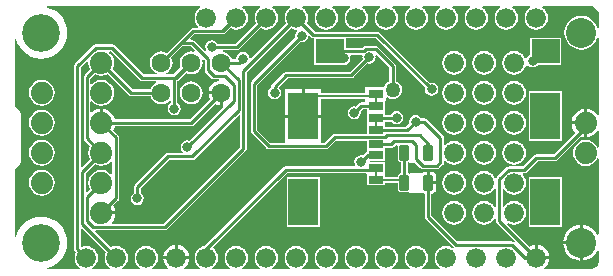
<source format=gbl>
G04 Layer_Physical_Order=2*
G04 Layer_Color=16711680*
%FSLAX44Y44*%
%MOMM*%
G71*
G01*
G75*
%ADD10R,2.3400X2.0000*%
%ADD13R,2.5000X4.0000*%
%ADD14C,0.2500*%
%ADD15C,1.6000*%
%ADD16C,1.8800*%
%ADD17C,2.5400*%
%ADD18C,1.8796*%
%ADD19C,1.6764*%
%ADD20C,3.2004*%
%ADD21C,1.6760*%
%ADD22C,1.2700*%
%ADD23C,0.8000*%
G04:AMPARAMS|DCode=24|XSize=1.3mm|YSize=0.8mm|CornerRadius=0.1mm|HoleSize=0mm|Usage=FLASHONLY|Rotation=90.000|XOffset=0mm|YOffset=0mm|HoleType=Round|Shape=RoundedRectangle|*
%AMROUNDEDRECTD24*
21,1,1.3000,0.6000,0,0,90.0*
21,1,1.1000,0.8000,0,0,90.0*
1,1,0.2000,0.3000,0.5500*
1,1,0.2000,0.3000,-0.5500*
1,1,0.2000,-0.3000,-0.5500*
1,1,0.2000,-0.3000,0.5500*
%
%ADD24ROUNDEDRECTD24*%
%ADD25R,1.2700X0.6350*%
%ADD26C,0.2000*%
%ADD27C,0.2032*%
G36*
X108583Y163085D02*
X109493Y162478D01*
X110566Y162264D01*
X122271D01*
X122523Y160994D01*
X121809Y160698D01*
X119825Y159175D01*
X118302Y157191D01*
X117479Y155204D01*
X102361D01*
X85294Y172271D01*
X85319Y172304D01*
X86418Y174955D01*
X86792Y177800D01*
X86418Y180645D01*
X85319Y183296D01*
X83573Y185572D01*
X82740Y186211D01*
X83144Y187437D01*
X84116Y187553D01*
X108583Y163085D01*
D02*
G37*
G36*
X85156Y93916D02*
Y83884D01*
X83954Y83476D01*
X83573Y83973D01*
X81296Y85719D01*
X78645Y86818D01*
X75800Y87192D01*
X72955Y86818D01*
X70304Y85719D01*
X68028Y83973D01*
X66281Y81696D01*
X65182Y79045D01*
X64808Y76200D01*
X65182Y73355D01*
X66281Y70704D01*
X66306Y70671D01*
X63629Y67994D01*
X62456Y68480D01*
Y84290D01*
X70271Y92106D01*
X70304Y92081D01*
X72955Y90983D01*
X75800Y90608D01*
X78645Y90983D01*
X81296Y92081D01*
X83573Y93827D01*
X83954Y94324D01*
X85156Y93916D01*
D02*
G37*
G36*
X163642Y179477D02*
Y171418D01*
X163856Y170345D01*
X164463Y169435D01*
X169035Y164863D01*
X169945Y164256D01*
X171018Y164042D01*
X175351D01*
X175434Y162772D01*
X174648Y162669D01*
X172085Y161607D01*
X169883Y159917D01*
X168193Y157716D01*
X167131Y155152D01*
X166936Y153670D01*
X177400D01*
Y152400D01*
X178670D01*
Y141666D01*
X179138Y140717D01*
X150150Y111729D01*
X148780Y112002D01*
X146634Y111575D01*
X144815Y110359D01*
X143599Y108540D01*
X143173Y106394D01*
X143599Y104248D01*
X144762Y102508D01*
X144565Y101605D01*
X144454Y101238D01*
X132070D01*
X130997Y101025D01*
X130087Y100417D01*
X104265Y74595D01*
X103658Y73685D01*
X103444Y72612D01*
Y67701D01*
X102283Y66925D01*
X101067Y65106D01*
X100640Y62960D01*
X101067Y60814D01*
X102283Y58995D01*
X104102Y57779D01*
X106248Y57352D01*
X108394Y57779D01*
X110213Y58995D01*
X111429Y60814D01*
X111856Y62960D01*
X111429Y65106D01*
X110213Y66925D01*
X109052Y67701D01*
Y71451D01*
X133231Y95630D01*
X152935D01*
X154008Y95844D01*
X154917Y96452D01*
X192173Y133707D01*
X193346Y133221D01*
Y106285D01*
X128517Y41455D01*
X85223D01*
X84652Y42726D01*
X86228Y44780D01*
X87431Y47684D01*
X87674Y49530D01*
X75800D01*
Y52070D01*
X87674D01*
X87431Y53917D01*
X86228Y56821D01*
X86036Y57071D01*
X89943Y60977D01*
X90550Y61887D01*
X90764Y62960D01*
Y114840D01*
X90550Y115913D01*
X89943Y116823D01*
X86036Y120729D01*
X86228Y120979D01*
X87431Y123883D01*
X87472Y124196D01*
X152000D01*
X153073Y124410D01*
X153983Y125017D01*
X172137Y143172D01*
X174648Y142131D01*
X176130Y141936D01*
Y151130D01*
X166936D01*
X167131Y149649D01*
X168172Y147137D01*
X150839Y129804D01*
X87472D01*
X87431Y130117D01*
X86228Y133020D01*
X84314Y135514D01*
X81820Y137428D01*
X78917Y138631D01*
X77070Y138874D01*
Y127000D01*
X74530D01*
Y138874D01*
X72684Y138631D01*
X69780Y137428D01*
X67650Y135794D01*
X66380Y136292D01*
Y144799D01*
X67583Y145207D01*
X68028Y144628D01*
X70304Y142881D01*
X72955Y141783D01*
X75800Y141408D01*
X78645Y141783D01*
X81296Y142881D01*
X83573Y144628D01*
X85319Y146904D01*
X86418Y149555D01*
X86792Y152400D01*
X86418Y155245D01*
X85319Y157896D01*
X83573Y160173D01*
X81296Y161919D01*
X78645Y163018D01*
X75800Y163392D01*
X72955Y163018D01*
X70304Y161919D01*
X68028Y160173D01*
X67583Y159593D01*
X66380Y160001D01*
Y164415D01*
X70271Y168306D01*
X70304Y168281D01*
X72955Y167183D01*
X75800Y166808D01*
X78645Y167183D01*
X81296Y168281D01*
X81329Y168306D01*
X99217Y150417D01*
X100127Y149810D01*
X101200Y149596D01*
X117479D01*
X118302Y147609D01*
X119825Y145625D01*
X121809Y144102D01*
X124120Y143145D01*
X126600Y142818D01*
X129080Y143145D01*
X131391Y144102D01*
X133376Y145625D01*
X133483Y145765D01*
X134686Y145357D01*
Y143647D01*
X133525Y142871D01*
X132309Y141052D01*
X131882Y138906D01*
X132309Y136760D01*
X133525Y134941D01*
X135344Y133725D01*
X137490Y133298D01*
X139636Y133725D01*
X141455Y134941D01*
X142671Y136760D01*
X143098Y138906D01*
X142671Y141052D01*
X141455Y142871D01*
X140294Y143647D01*
Y162468D01*
X140341Y162478D01*
X141251Y163085D01*
X147533Y169368D01*
X149520Y168545D01*
X152000Y168218D01*
X154480Y168545D01*
X156791Y169502D01*
X158776Y171024D01*
X160298Y173009D01*
X161255Y175320D01*
X161582Y177800D01*
X161288Y180035D01*
X161886Y180500D01*
X162429Y180690D01*
X163642Y179477D01*
D02*
G37*
G36*
X238320Y206272D02*
X240900Y205933D01*
X241265Y205981D01*
X241725Y204760D01*
X241475Y204593D01*
X240259Y202774D01*
X239832Y200628D01*
X240105Y199258D01*
X203017Y162171D01*
X202410Y161261D01*
X202196Y160188D01*
Y120000D01*
X202410Y118927D01*
X203017Y118017D01*
X215617Y105417D01*
X216527Y104810D01*
X217600Y104596D01*
X266000D01*
X267073Y104810D01*
X267983Y105417D01*
X274487Y111921D01*
X300360D01*
Y102232D01*
X300351Y102231D01*
X299442Y101623D01*
X297102Y99283D01*
X295732Y99556D01*
X293586Y99129D01*
X291767Y97913D01*
X290551Y96094D01*
X290124Y93948D01*
X290551Y91802D01*
X291005Y91122D01*
X290407Y90002D01*
X231798D01*
X230725Y89789D01*
X229816Y89181D01*
X163090Y22455D01*
X162120Y22328D01*
X159716Y21332D01*
X157652Y19748D01*
X156068Y17684D01*
X155072Y15280D01*
X154733Y12700D01*
X155072Y10120D01*
X156068Y7716D01*
X157652Y5652D01*
X159682Y4094D01*
X159695Y3983D01*
X159401Y2824D01*
X146457D01*
X146026Y4094D01*
X147090Y4910D01*
X148840Y7192D01*
X149941Y9849D01*
X150149Y11430D01*
X139300D01*
X128451D01*
X128659Y9849D01*
X129760Y7192D01*
X131510Y4910D01*
X132574Y4094D01*
X132143Y2824D01*
X119199D01*
X118905Y3983D01*
X118918Y4094D01*
X120948Y5652D01*
X122532Y7716D01*
X123528Y10120D01*
X123867Y12700D01*
X123528Y15280D01*
X122532Y17684D01*
X120948Y19748D01*
X118884Y21332D01*
X116480Y22328D01*
X113900Y22667D01*
X111320Y22328D01*
X108916Y21332D01*
X106852Y19748D01*
X105268Y17684D01*
X104272Y15280D01*
X103933Y12700D01*
X104272Y10120D01*
X105268Y7716D01*
X106852Y5652D01*
X108882Y4094D01*
X108895Y3983D01*
X108601Y2824D01*
X93799D01*
X93505Y3983D01*
X93518Y4094D01*
X95548Y5652D01*
X97132Y7716D01*
X98128Y10120D01*
X98467Y12700D01*
X98128Y15280D01*
X97132Y17684D01*
X95548Y19748D01*
X93484Y21332D01*
X91080Y22328D01*
X88500Y22667D01*
X85920Y22328D01*
X83741Y21425D01*
X70491Y34674D01*
X70977Y35848D01*
X129678D01*
X130751Y36061D01*
X131661Y36669D01*
X198133Y103141D01*
X198741Y104051D01*
X198954Y105124D01*
Y169989D01*
X236140Y207175D01*
X238320Y206272D01*
D02*
G37*
G36*
X326230Y108292D02*
X326988Y107284D01*
X326951Y107100D01*
Y96100D01*
X327145Y95125D01*
X327698Y94298D01*
X328525Y93745D01*
X329500Y93551D01*
X329696D01*
Y84249D01*
X329500D01*
X328525Y84055D01*
X327698Y83502D01*
X327145Y82675D01*
X326951Y81700D01*
Y81289D01*
X316060D01*
Y83415D01*
X316060D01*
Y84225D01*
X316060D01*
Y93575D01*
X302640D01*
X302584Y93695D01*
X303388Y94965D01*
X316060D01*
Y105908D01*
X321312D01*
X321845Y106014D01*
X322385Y106122D01*
X322385Y106122D01*
X322385Y106122D01*
X322872Y106447D01*
X323294Y106729D01*
X324931Y108365D01*
X326230Y108292D01*
D02*
G37*
G36*
X300360Y83415D02*
Y74065D01*
X316060D01*
Y76191D01*
X326951D01*
Y70700D01*
X327145Y69725D01*
X327698Y68898D01*
X328525Y68345D01*
X329500Y68151D01*
X335500D01*
X336475Y68345D01*
X336553Y68397D01*
X337250Y67700D01*
X347618D01*
X348119Y67365D01*
X349500Y67091D01*
X349696D01*
Y47550D01*
X349910Y46477D01*
X350517Y45567D01*
X374037Y22048D01*
X373198Y21091D01*
X372884Y21332D01*
X370480Y22328D01*
X367900Y22667D01*
X365320Y22328D01*
X362916Y21332D01*
X360852Y19748D01*
X359268Y17684D01*
X358272Y15280D01*
X357933Y12700D01*
X358272Y10120D01*
X359268Y7716D01*
X360852Y5652D01*
X362882Y4094D01*
X362895Y3983D01*
X362601Y2824D01*
X347799D01*
X347505Y3983D01*
X347518Y4094D01*
X349548Y5652D01*
X351132Y7716D01*
X352128Y10120D01*
X352467Y12700D01*
X352128Y15280D01*
X351132Y17684D01*
X349548Y19748D01*
X347484Y21332D01*
X345080Y22328D01*
X342500Y22667D01*
X339920Y22328D01*
X337516Y21332D01*
X335452Y19748D01*
X333868Y17684D01*
X332872Y15280D01*
X332533Y12700D01*
X332872Y10120D01*
X333868Y7716D01*
X335452Y5652D01*
X337482Y4094D01*
X337495Y3983D01*
X337201Y2824D01*
X322399D01*
X322105Y3983D01*
X322118Y4094D01*
X324148Y5652D01*
X325732Y7716D01*
X326728Y10120D01*
X327067Y12700D01*
X326728Y15280D01*
X325732Y17684D01*
X324148Y19748D01*
X322084Y21332D01*
X319680Y22328D01*
X317100Y22667D01*
X314520Y22328D01*
X312116Y21332D01*
X310052Y19748D01*
X308468Y17684D01*
X307472Y15280D01*
X307133Y12700D01*
X307472Y10120D01*
X308468Y7716D01*
X310052Y5652D01*
X312082Y4094D01*
X312095Y3983D01*
X311800Y2824D01*
X296999D01*
X296705Y3983D01*
X296718Y4094D01*
X298748Y5652D01*
X300332Y7716D01*
X301328Y10120D01*
X301667Y12700D01*
X301328Y15280D01*
X300332Y17684D01*
X298748Y19748D01*
X296684Y21332D01*
X294280Y22328D01*
X291700Y22667D01*
X289120Y22328D01*
X286716Y21332D01*
X284652Y19748D01*
X283068Y17684D01*
X282072Y15280D01*
X281733Y12700D01*
X282072Y10120D01*
X283068Y7716D01*
X284652Y5652D01*
X286682Y4094D01*
X286695Y3983D01*
X286401Y2824D01*
X271600D01*
X271305Y3983D01*
X271318Y4094D01*
X273348Y5652D01*
X274932Y7716D01*
X275928Y10120D01*
X276267Y12700D01*
X275928Y15280D01*
X274932Y17684D01*
X273348Y19748D01*
X271284Y21332D01*
X268880Y22328D01*
X266300Y22667D01*
X263720Y22328D01*
X261316Y21332D01*
X259252Y19748D01*
X257668Y17684D01*
X256672Y15280D01*
X256333Y12700D01*
X256672Y10120D01*
X257668Y7716D01*
X259252Y5652D01*
X261282Y4094D01*
X261295Y3983D01*
X261000Y2824D01*
X246199D01*
X245905Y3983D01*
X245918Y4094D01*
X247948Y5652D01*
X249532Y7716D01*
X250528Y10120D01*
X250867Y12700D01*
X250528Y15280D01*
X249532Y17684D01*
X247948Y19748D01*
X245884Y21332D01*
X243480Y22328D01*
X240900Y22667D01*
X238320Y22328D01*
X235916Y21332D01*
X233852Y19748D01*
X232268Y17684D01*
X231272Y15280D01*
X230933Y12700D01*
X231272Y10120D01*
X232268Y7716D01*
X233852Y5652D01*
X235882Y4094D01*
X235895Y3983D01*
X235600Y2824D01*
X220800D01*
X220505Y3983D01*
X220518Y4094D01*
X222548Y5652D01*
X224132Y7716D01*
X225128Y10120D01*
X225467Y12700D01*
X225128Y15280D01*
X224132Y17684D01*
X222548Y19748D01*
X220484Y21332D01*
X218080Y22328D01*
X215500Y22667D01*
X212920Y22328D01*
X210516Y21332D01*
X208452Y19748D01*
X206868Y17684D01*
X205872Y15280D01*
X205533Y12700D01*
X205872Y10120D01*
X206868Y7716D01*
X208452Y5652D01*
X210482Y4094D01*
X210495Y3983D01*
X210201Y2824D01*
X195399D01*
X195105Y3983D01*
X195118Y4094D01*
X197148Y5652D01*
X198732Y7716D01*
X199728Y10120D01*
X200067Y12700D01*
X199728Y15280D01*
X198732Y17684D01*
X197148Y19748D01*
X195084Y21332D01*
X192680Y22328D01*
X190100Y22667D01*
X187520Y22328D01*
X185116Y21332D01*
X183052Y19748D01*
X181468Y17684D01*
X180472Y15280D01*
X180133Y12700D01*
X180472Y10120D01*
X181468Y7716D01*
X183052Y5652D01*
X185082Y4094D01*
X185095Y3983D01*
X184800Y2824D01*
X170000D01*
X169705Y3983D01*
X169718Y4094D01*
X171748Y5652D01*
X173332Y7716D01*
X174328Y10120D01*
X174667Y12700D01*
X174328Y15280D01*
X173332Y17684D01*
X171748Y19748D01*
X170569Y20653D01*
X170485Y21920D01*
X232960Y84394D01*
X299658D01*
X300360Y83415D01*
D02*
G37*
G36*
X64925Y178690D02*
X64808Y177800D01*
X65182Y174955D01*
X66281Y172304D01*
X66306Y172271D01*
X61593Y167559D01*
X60986Y166649D01*
X60772Y165576D01*
Y113824D01*
X60986Y112751D01*
X61593Y111841D01*
X66306Y107129D01*
X66281Y107096D01*
X65182Y104445D01*
X64808Y101600D01*
X65182Y98755D01*
X66281Y96104D01*
X66306Y96071D01*
X59425Y89190D01*
X58252Y89677D01*
Y173813D01*
X63722Y179283D01*
X64925Y178690D01*
D02*
G37*
G36*
X210495Y224617D02*
X210482Y224506D01*
X208452Y222948D01*
X206868Y220884D01*
X205872Y218480D01*
X205533Y215900D01*
X205872Y213320D01*
X206775Y211140D01*
X189669Y194034D01*
X173981D01*
X173205Y195195D01*
X171386Y196411D01*
X169240Y196838D01*
X167094Y196411D01*
X165275Y195195D01*
X164059Y193376D01*
X163632Y191230D01*
X164059Y189084D01*
X164659Y188187D01*
X163672Y187377D01*
X154535Y196515D01*
X153625Y197122D01*
X152552Y197336D01*
X151761D01*
X151274Y198509D01*
X154653Y201888D01*
X178892D01*
X179965Y202102D01*
X180875Y202709D01*
X185340Y207175D01*
X187520Y206272D01*
X190100Y205933D01*
X192680Y206272D01*
X195084Y207268D01*
X197148Y208852D01*
X198732Y210916D01*
X199728Y213320D01*
X200067Y215900D01*
X199728Y218480D01*
X198732Y220884D01*
X197148Y222948D01*
X195118Y224506D01*
X195105Y224617D01*
X195399Y225776D01*
X210201D01*
X210495Y224617D01*
D02*
G37*
G36*
X253417Y199417D02*
X254327Y198810D01*
X255400Y198596D01*
X256300D01*
Y175900D01*
X280457D01*
X281000Y175792D01*
X281543Y175900D01*
X282700D01*
Y176130D01*
X283146Y176219D01*
X284965Y177435D01*
X286181Y179254D01*
X286608Y181400D01*
X286224Y183326D01*
X286890Y184596D01*
X296308D01*
X297114Y183615D01*
X296892Y182500D01*
X297165Y181130D01*
X286339Y170304D01*
X232500D01*
X231427Y170090D01*
X230517Y169483D01*
X220517Y159483D01*
X219910Y158573D01*
X219696Y157500D01*
Y157241D01*
X218535Y156465D01*
X217319Y154646D01*
X216892Y152500D01*
X217319Y150354D01*
X218535Y148535D01*
X220354Y147319D01*
X222500Y146892D01*
X224646Y147319D01*
X226465Y148535D01*
X227681Y150354D01*
X228108Y152500D01*
X227681Y154646D01*
X226465Y156465D01*
X226373Y157407D01*
X233661Y164696D01*
X287500D01*
X288573Y164910D01*
X289483Y165517D01*
X301130Y177165D01*
X302500Y176892D01*
X304646Y177319D01*
X306465Y178535D01*
X307681Y180354D01*
X308108Y182500D01*
X307827Y183912D01*
X308997Y184537D01*
X319696Y173839D01*
Y162335D01*
X318541Y161857D01*
X316901Y160599D01*
X315643Y158959D01*
X314852Y157049D01*
X314825Y156845D01*
X299320D01*
Y151949D01*
X261760D01*
Y155210D01*
X247990D01*
Y133940D01*
X261760D01*
Y146851D01*
X299320D01*
Y145415D01*
X299320D01*
X299178Y144204D01*
X296000D01*
X294927Y143990D01*
X294018Y143382D01*
X291370Y140735D01*
X290000Y141007D01*
X287854Y140581D01*
X286035Y139365D01*
X284819Y137546D01*
X284393Y135400D01*
X284819Y133254D01*
X286035Y131434D01*
X287854Y130219D01*
X290000Y129792D01*
X292146Y130219D01*
X293965Y131434D01*
X295181Y133254D01*
X295608Y135400D01*
X295336Y136770D01*
X297162Y138596D01*
X300360D01*
Y136295D01*
X300360D01*
Y135485D01*
X300360D01*
Y126135D01*
X300360D01*
Y125325D01*
X300360D01*
Y117529D01*
X273325D01*
X272252Y117316D01*
X271343Y116708D01*
X264839Y110204D01*
X261760D01*
Y131400D01*
X231680D01*
Y110204D01*
X218761D01*
X207804Y121161D01*
Y159027D01*
X244070Y195293D01*
X245440Y195020D01*
X247586Y195447D01*
X249405Y196663D01*
X250621Y198482D01*
X250942Y200097D01*
X252253Y200581D01*
X253417Y199417D01*
D02*
G37*
G36*
X489022Y225764D02*
X489022Y225764D01*
Y225764D01*
X490231Y225621D01*
X491163Y225499D01*
X493099Y224697D01*
X494762Y223421D01*
X496037Y221758D01*
X496839Y219822D01*
X497097Y217869D01*
X497097Y217869D01*
X497097D01*
X497116Y217850D01*
X497119Y207607D01*
X495849Y207355D01*
X494604Y210361D01*
X492328Y213328D01*
X489361Y215604D01*
X485907Y217034D01*
X482200Y217523D01*
X478493Y217034D01*
X475039Y215604D01*
X472072Y213328D01*
X469796Y210361D01*
X468366Y206907D01*
X467878Y203200D01*
X468366Y199493D01*
X469796Y196039D01*
X472072Y193072D01*
X475039Y190796D01*
X478493Y189366D01*
X482200Y188878D01*
X485907Y189366D01*
X489361Y190796D01*
X492328Y193072D01*
X494604Y196039D01*
X495852Y199051D01*
X497122Y198799D01*
X497142Y133976D01*
X495872Y133545D01*
X494514Y135314D01*
X492020Y137228D01*
X489116Y138431D01*
X487270Y138674D01*
Y126800D01*
Y114926D01*
X489116Y115169D01*
X492020Y116372D01*
X494514Y118286D01*
X495876Y120061D01*
X497146Y119630D01*
X497150Y106276D01*
X495881Y106023D01*
X495519Y106896D01*
X493772Y109172D01*
X491496Y110919D01*
X488845Y112017D01*
X486000Y112392D01*
X483155Y112017D01*
X480504Y110919D01*
X478227Y109172D01*
X476480Y106896D01*
X475382Y104245D01*
X475008Y101400D01*
X475382Y98555D01*
X476480Y95904D01*
X478227Y93627D01*
X480504Y91881D01*
X483155Y90782D01*
X486000Y90408D01*
X488845Y90782D01*
X491496Y91881D01*
X493772Y93627D01*
X495519Y95904D01*
X495883Y96783D01*
X497154Y96531D01*
X497174Y32410D01*
X495904Y32092D01*
X494933Y33908D01*
X493028Y36228D01*
X490708Y38133D01*
X488060Y39548D01*
X485188Y40420D01*
X483470Y40589D01*
Y25400D01*
Y10211D01*
X485188Y10381D01*
X488060Y11252D01*
X490708Y12667D01*
X493028Y14571D01*
X494933Y16892D01*
X495908Y18716D01*
X497178Y18398D01*
X497180Y11985D01*
X497097Y10731D01*
X497097D01*
X497097Y10731D01*
X496839Y8778D01*
X496037Y6842D01*
X494762Y5179D01*
X493099Y3904D01*
X491163Y3101D01*
X490231Y2979D01*
X489022Y2836D01*
Y2836D01*
X489022Y2836D01*
X487761Y2824D01*
X451257D01*
X450826Y4094D01*
X451890Y4910D01*
X453640Y7192D01*
X454741Y9849D01*
X454949Y11430D01*
X444100D01*
Y12700D01*
X442830D01*
Y23549D01*
X441249Y23341D01*
X438592Y22240D01*
X438554Y22211D01*
X419302Y41463D01*
X420141Y42420D01*
X420467Y42170D01*
X422871Y41174D01*
X425450Y40835D01*
X428029Y41174D01*
X430433Y42170D01*
X432496Y43753D01*
X434080Y45817D01*
X435076Y48221D01*
X435415Y50800D01*
X435076Y53379D01*
X434080Y55783D01*
X432496Y57846D01*
X430433Y59430D01*
X428029Y60426D01*
X425450Y60765D01*
X422871Y60426D01*
X420467Y59430D01*
X418404Y57846D01*
X416820Y55783D01*
X415554Y56045D01*
Y70955D01*
X416820Y71217D01*
X418404Y69153D01*
X420467Y67570D01*
X422871Y66574D01*
X425450Y66235D01*
X428029Y66574D01*
X430433Y67570D01*
X432496Y69153D01*
X434080Y71217D01*
X435076Y73621D01*
X435415Y76200D01*
X435076Y78779D01*
X434080Y81183D01*
X432496Y83246D01*
X432396Y83324D01*
X432804Y84526D01*
X433930D01*
X435003Y84740D01*
X435913Y85347D01*
X445161Y94596D01*
X460000D01*
X461073Y94810D01*
X461983Y95417D01*
X482071Y115506D01*
X482883Y115169D01*
X484730Y114926D01*
Y125530D01*
X474126D01*
X474369Y123683D01*
X475572Y120779D01*
X477240Y118605D01*
X458839Y100204D01*
X444000D01*
X442927Y99990D01*
X442017Y99383D01*
X432769Y90134D01*
X420840D01*
X419767Y89920D01*
X418857Y89313D01*
X410767Y81223D01*
X410317Y80549D01*
X409422Y80475D01*
X408929Y80583D01*
X408680Y81183D01*
X407096Y83246D01*
X405033Y84830D01*
X402629Y85826D01*
X400050Y86165D01*
X397471Y85826D01*
X395067Y84830D01*
X393004Y83246D01*
X391420Y81183D01*
X390424Y78779D01*
X390085Y76200D01*
X390424Y73621D01*
X391420Y71217D01*
X393004Y69153D01*
X395067Y67570D01*
X397471Y66574D01*
X400050Y66235D01*
X402629Y66574D01*
X405033Y67570D01*
X407096Y69153D01*
X408680Y71217D01*
X409946Y70955D01*
Y56045D01*
X408680Y55783D01*
X407096Y57846D01*
X405033Y59430D01*
X402629Y60426D01*
X400050Y60765D01*
X397471Y60426D01*
X395067Y59430D01*
X393004Y57846D01*
X391420Y55783D01*
X390424Y53379D01*
X390085Y50800D01*
X390424Y48221D01*
X391420Y45817D01*
X393004Y43753D01*
X395067Y42170D01*
X397471Y41174D01*
X400050Y40835D01*
X402629Y41174D01*
X405033Y42170D01*
X407096Y43753D01*
X408680Y45817D01*
X409946Y45555D01*
Y44050D01*
X410160Y42977D01*
X410767Y42067D01*
X425894Y26941D01*
X425084Y25955D01*
X424384Y26422D01*
X423311Y26636D01*
X377379D01*
X355304Y48711D01*
Y67091D01*
X355500D01*
X356881Y67365D01*
X358052Y68148D01*
X358835Y69319D01*
X359109Y70700D01*
Y74930D01*
X352500D01*
Y76200D01*
X351230D01*
Y85309D01*
X349500D01*
X348119Y85035D01*
X347618Y84700D01*
X337250D01*
X336553Y84003D01*
X336475Y84055D01*
X335500Y84249D01*
X335304D01*
Y93551D01*
X335500D01*
X336475Y93745D01*
X336553Y93797D01*
X337250Y93100D01*
X341335D01*
X346017Y88418D01*
X346927Y87810D01*
X348000Y87596D01*
X360000D01*
X361073Y87810D01*
X361983Y88418D01*
X364982Y91417D01*
X365590Y92327D01*
X365804Y93400D01*
Y94813D01*
X367074Y95244D01*
X367603Y94553D01*
X369667Y92970D01*
X372071Y91974D01*
X374650Y91635D01*
X377229Y91974D01*
X379633Y92970D01*
X381697Y94553D01*
X383280Y96617D01*
X384276Y99021D01*
X384615Y101600D01*
X384276Y104179D01*
X383280Y106583D01*
X381697Y108646D01*
X379633Y110230D01*
X377229Y111226D01*
X374650Y111565D01*
X372071Y111226D01*
X369667Y110230D01*
X367603Y108646D01*
X367074Y107956D01*
X365804Y108387D01*
Y114400D01*
X365590Y115473D01*
X364982Y116383D01*
X351399Y129967D01*
X350489Y130574D01*
X349416Y130788D01*
X346701D01*
X345925Y131949D01*
X344106Y133165D01*
X341960Y133592D01*
X339814Y133165D01*
X337995Y131949D01*
X336779Y130130D01*
X336352Y127984D01*
X336625Y126614D01*
X333465Y123454D01*
X316060D01*
Y125325D01*
X316060D01*
Y126135D01*
X316060D01*
Y128006D01*
X321653D01*
X322035Y127435D01*
X323854Y126219D01*
X326000Y125792D01*
X328146Y126219D01*
X329965Y127435D01*
X331181Y129254D01*
X331608Y131400D01*
X331181Y133546D01*
X329965Y135365D01*
X328146Y136581D01*
X326000Y137008D01*
X323854Y136581D01*
X322035Y135365D01*
X320865Y133614D01*
X316060D01*
Y135485D01*
X316060D01*
Y136295D01*
X316060D01*
Y145415D01*
X317100D01*
Y147813D01*
X318239Y148375D01*
X318541Y148143D01*
X320451Y147352D01*
X322500Y147082D01*
X324549Y147352D01*
X326459Y148143D01*
X328099Y149401D01*
X329357Y151041D01*
X330148Y152951D01*
X330418Y155000D01*
X330148Y157049D01*
X329357Y158959D01*
X328099Y160599D01*
X326459Y161857D01*
X325304Y162335D01*
Y175000D01*
X325090Y176073D01*
X324483Y176983D01*
X310233Y191233D01*
X309323Y191840D01*
X308250Y192054D01*
X299704D01*
X298631Y191840D01*
X297722Y191233D01*
X296693Y190204D01*
X282700D01*
Y198596D01*
X308277D01*
X350087Y156786D01*
X349814Y155416D01*
X350241Y153270D01*
X351457Y151451D01*
X353276Y150235D01*
X355422Y149808D01*
X357568Y150235D01*
X359387Y151451D01*
X360603Y153270D01*
X361030Y155416D01*
X360603Y157562D01*
X359387Y159381D01*
X357568Y160597D01*
X355422Y161024D01*
X354052Y160751D01*
X311421Y203383D01*
X310511Y203990D01*
X309438Y204204D01*
X256561D01*
X249625Y211140D01*
X250528Y213320D01*
X250867Y215900D01*
X250528Y218480D01*
X249532Y220884D01*
X247948Y222948D01*
X245918Y224506D01*
X245905Y224617D01*
X246199Y225776D01*
X261000D01*
X261295Y224617D01*
X261282Y224506D01*
X259252Y222948D01*
X257668Y220884D01*
X256672Y218480D01*
X256333Y215900D01*
X256672Y213320D01*
X257668Y210916D01*
X259252Y208852D01*
X261316Y207268D01*
X263720Y206272D01*
X266300Y205933D01*
X268880Y206272D01*
X271284Y207268D01*
X273348Y208852D01*
X274932Y210916D01*
X275928Y213320D01*
X276267Y215900D01*
X275928Y218480D01*
X274932Y220884D01*
X273348Y222948D01*
X271318Y224506D01*
X271305Y224617D01*
X271600Y225776D01*
X286401D01*
X286695Y224617D01*
X286682Y224506D01*
X284652Y222948D01*
X283068Y220884D01*
X282072Y218480D01*
X281733Y215900D01*
X282072Y213320D01*
X283068Y210916D01*
X284652Y208852D01*
X286716Y207268D01*
X289120Y206272D01*
X291700Y205933D01*
X294280Y206272D01*
X296684Y207268D01*
X298748Y208852D01*
X300332Y210916D01*
X301328Y213320D01*
X301667Y215900D01*
X301328Y218480D01*
X300332Y220884D01*
X298748Y222948D01*
X296718Y224506D01*
X296705Y224617D01*
X296999Y225776D01*
X311800D01*
X312095Y224617D01*
X312082Y224506D01*
X310052Y222948D01*
X308468Y220884D01*
X307472Y218480D01*
X307133Y215900D01*
X307472Y213320D01*
X308468Y210916D01*
X310052Y208852D01*
X312116Y207268D01*
X314520Y206272D01*
X317100Y205933D01*
X319680Y206272D01*
X322084Y207268D01*
X324148Y208852D01*
X325732Y210916D01*
X326728Y213320D01*
X327067Y215900D01*
X326728Y218480D01*
X325732Y220884D01*
X324148Y222948D01*
X322118Y224506D01*
X322105Y224617D01*
X322399Y225776D01*
X337201D01*
X337495Y224617D01*
X337482Y224506D01*
X335452Y222948D01*
X333868Y220884D01*
X332872Y218480D01*
X332533Y215900D01*
X332872Y213320D01*
X333868Y210916D01*
X335452Y208852D01*
X337516Y207268D01*
X339920Y206272D01*
X342500Y205933D01*
X345080Y206272D01*
X347484Y207268D01*
X349548Y208852D01*
X351132Y210916D01*
X352128Y213320D01*
X352467Y215900D01*
X352128Y218480D01*
X351132Y220884D01*
X349548Y222948D01*
X347518Y224506D01*
X347505Y224617D01*
X347799Y225776D01*
X362601D01*
X362895Y224617D01*
X362882Y224506D01*
X360852Y222948D01*
X359268Y220884D01*
X358272Y218480D01*
X357933Y215900D01*
X358272Y213320D01*
X359268Y210916D01*
X360852Y208852D01*
X362916Y207268D01*
X365320Y206272D01*
X367900Y205933D01*
X370480Y206272D01*
X372884Y207268D01*
X374948Y208852D01*
X376532Y210916D01*
X377528Y213320D01*
X377867Y215900D01*
X377528Y218480D01*
X376532Y220884D01*
X374948Y222948D01*
X372918Y224506D01*
X372905Y224617D01*
X373200Y225776D01*
X388000D01*
X388295Y224617D01*
X388282Y224506D01*
X386252Y222948D01*
X384668Y220884D01*
X383672Y218480D01*
X383333Y215900D01*
X383672Y213320D01*
X384668Y210916D01*
X386252Y208852D01*
X388316Y207268D01*
X390720Y206272D01*
X393300Y205933D01*
X395880Y206272D01*
X398284Y207268D01*
X400348Y208852D01*
X401932Y210916D01*
X402928Y213320D01*
X403267Y215900D01*
X402928Y218480D01*
X401932Y220884D01*
X400348Y222948D01*
X398318Y224506D01*
X398305Y224617D01*
X398600Y225776D01*
X413400D01*
X413695Y224617D01*
X413682Y224506D01*
X411652Y222948D01*
X410068Y220884D01*
X409072Y218480D01*
X408733Y215900D01*
X409072Y213320D01*
X410068Y210916D01*
X411652Y208852D01*
X413716Y207268D01*
X416120Y206272D01*
X418700Y205933D01*
X421280Y206272D01*
X423684Y207268D01*
X425748Y208852D01*
X427332Y210916D01*
X428328Y213320D01*
X428667Y215900D01*
X428328Y218480D01*
X427332Y220884D01*
X425748Y222948D01*
X423718Y224506D01*
X423705Y224617D01*
X423999Y225776D01*
X438801D01*
X439095Y224617D01*
X439082Y224506D01*
X437052Y222948D01*
X435468Y220884D01*
X434472Y218480D01*
X434133Y215900D01*
X434472Y213320D01*
X435468Y210916D01*
X437052Y208852D01*
X439116Y207268D01*
X441520Y206272D01*
X444100Y205933D01*
X446680Y206272D01*
X449084Y207268D01*
X451148Y208852D01*
X452732Y210916D01*
X453728Y213320D01*
X454067Y215900D01*
X453728Y218480D01*
X452732Y220884D01*
X451148Y222948D01*
X449118Y224506D01*
X449105Y224617D01*
X449399Y225776D01*
X487761D01*
X489022Y225764D01*
D02*
G37*
G36*
X235895Y224617D02*
X235882Y224506D01*
X233852Y222948D01*
X232268Y220884D01*
X231272Y218480D01*
X230933Y215900D01*
X231272Y213320D01*
X232175Y211140D01*
X202565Y181530D01*
X201201Y181962D01*
X200901Y183470D01*
X199685Y185289D01*
X197866Y186505D01*
X195720Y186932D01*
X193574Y186505D01*
X191755Y185289D01*
X190539Y183470D01*
X190112Y181324D01*
X189521Y180604D01*
X186521D01*
X185698Y182591D01*
X184175Y184575D01*
X182191Y186098D01*
X179880Y187055D01*
X179115Y187156D01*
X179198Y188426D01*
X190830D01*
X191903Y188640D01*
X192813Y189247D01*
X210741Y207175D01*
X212920Y206272D01*
X215500Y205933D01*
X218080Y206272D01*
X220484Y207268D01*
X222548Y208852D01*
X224132Y210916D01*
X225128Y213320D01*
X225467Y215900D01*
X225128Y218480D01*
X224132Y220884D01*
X222548Y222948D01*
X220518Y224506D01*
X220505Y224617D01*
X220800Y225776D01*
X235600D01*
X235895Y224617D01*
D02*
G37*
G36*
X79775Y17459D02*
X78872Y15280D01*
X78533Y12700D01*
X78872Y10120D01*
X79868Y7716D01*
X81452Y5652D01*
X83482Y4094D01*
X83495Y3983D01*
X83201Y2824D01*
X68400D01*
X68105Y3983D01*
X68118Y4094D01*
X70148Y5652D01*
X71732Y7716D01*
X72728Y10120D01*
X73067Y12700D01*
X72728Y15280D01*
X71732Y17684D01*
X70148Y19748D01*
X68084Y21332D01*
X65680Y22328D01*
X63100Y22667D01*
X60520Y22328D01*
X59522Y21914D01*
X58252Y22763D01*
Y37324D01*
X59425Y37810D01*
X79775Y17459D01*
D02*
G37*
G36*
X159695Y224617D02*
X159682Y224506D01*
X157652Y222948D01*
X156068Y220884D01*
X155072Y218480D01*
X154733Y215900D01*
X155072Y213320D01*
X156068Y210916D01*
X157652Y208852D01*
X157852Y208699D01*
X157444Y207496D01*
X153492D01*
X152419Y207282D01*
X151509Y206675D01*
X141349Y196515D01*
X131067Y186232D01*
X129080Y187055D01*
X126600Y187382D01*
X124120Y187055D01*
X121809Y186098D01*
X119825Y184575D01*
X118302Y182591D01*
X117345Y180280D01*
X117018Y177800D01*
X117345Y175320D01*
X118302Y173009D01*
X119825Y171024D01*
X121809Y169502D01*
X122678Y169142D01*
X122425Y167872D01*
X111727D01*
X87149Y192451D01*
X86239Y193058D01*
X85166Y193272D01*
X70942D01*
X69869Y193058D01*
X68959Y192451D01*
X53465Y176957D01*
X52858Y176047D01*
X52644Y174974D01*
Y20352D01*
X52858Y19279D01*
X53465Y18369D01*
X54375Y17459D01*
X53472Y15280D01*
X53133Y12700D01*
X53472Y10120D01*
X54468Y7716D01*
X56052Y5652D01*
X58082Y4094D01*
X58095Y3983D01*
X57800Y2824D01*
X30120D01*
X29932Y4094D01*
X33391Y5143D01*
X37181Y7169D01*
X40504Y9896D01*
X43231Y13219D01*
X45257Y17009D01*
X46504Y21123D01*
X46926Y25400D01*
X46504Y29678D01*
X45257Y33791D01*
X43231Y37581D01*
X40504Y40904D01*
X37181Y43630D01*
X33391Y45657D01*
X29278Y46904D01*
X25000Y47326D01*
X20722Y46904D01*
X16609Y45657D01*
X12819Y43630D01*
X9496Y40904D01*
X6769Y37581D01*
X4743Y33791D01*
X3696Y30339D01*
X2426Y30527D01*
Y87828D01*
X6597Y91998D01*
X6597Y91998D01*
X6902Y92455D01*
X7210Y92914D01*
X7210Y92914D01*
X7210Y92914D01*
X7267Y93205D01*
X7424Y93995D01*
X7424Y93995D01*
Y135000D01*
X7210Y136081D01*
X6597Y136997D01*
X2424Y141170D01*
Y198079D01*
X3694Y198268D01*
X4743Y194809D01*
X6769Y191019D01*
X9496Y187696D01*
X12819Y184970D01*
X16609Y182943D01*
X20722Y181696D01*
X25000Y181274D01*
X29278Y181696D01*
X33391Y182943D01*
X37181Y184970D01*
X40504Y187696D01*
X43231Y191019D01*
X45257Y194809D01*
X46504Y198923D01*
X46926Y203200D01*
X46504Y207477D01*
X45257Y211591D01*
X43231Y215381D01*
X40504Y218704D01*
X37181Y221430D01*
X33391Y223457D01*
X29932Y224506D01*
X30120Y225776D01*
X159401D01*
X159695Y224617D01*
D02*
G37*
G36*
X154890Y188229D02*
X154700Y187686D01*
X154235Y187088D01*
X152000Y187382D01*
X149520Y187055D01*
X147209Y186098D01*
X145225Y184575D01*
X143702Y182591D01*
X142745Y180280D01*
X142418Y177800D01*
X142745Y175320D01*
X143325Y173918D01*
X136434Y167872D01*
X130775D01*
X130522Y169142D01*
X131391Y169502D01*
X133376Y171024D01*
X134898Y173009D01*
X135856Y175320D01*
X136182Y177800D01*
X135856Y180280D01*
X135032Y182267D01*
X144493Y191728D01*
X151391D01*
X154890Y188229D01*
D02*
G37*
%LPC*%
G36*
X374650Y86165D02*
X372071Y85826D01*
X369667Y84830D01*
X367603Y83246D01*
X366020Y81183D01*
X365024Y78779D01*
X364685Y76200D01*
X365024Y73621D01*
X366020Y71217D01*
X367603Y69153D01*
X369667Y67570D01*
X372071Y66574D01*
X374650Y66235D01*
X377229Y66574D01*
X379633Y67570D01*
X381697Y69153D01*
X383280Y71217D01*
X384276Y73621D01*
X384615Y76200D01*
X384276Y78779D01*
X383280Y81183D01*
X381697Y83246D01*
X379633Y84830D01*
X377229Y85826D01*
X374650Y86165D01*
D02*
G37*
G36*
X25400Y87194D02*
X22555Y86819D01*
X19903Y85721D01*
X17626Y83974D01*
X15879Y81697D01*
X14781Y79046D01*
X14406Y76200D01*
X14781Y73355D01*
X15879Y70703D01*
X17626Y68426D01*
X19903Y66679D01*
X22555Y65581D01*
X25400Y65206D01*
X28245Y65581D01*
X30897Y66679D01*
X33174Y68426D01*
X34921Y70703D01*
X36019Y73355D01*
X36394Y76200D01*
X36019Y79046D01*
X34921Y81697D01*
X33174Y83974D01*
X30897Y85721D01*
X28245Y86819D01*
X25400Y87194D01*
D02*
G37*
G36*
Y112594D02*
X22555Y112219D01*
X19903Y111121D01*
X17626Y109374D01*
X15879Y107097D01*
X14781Y104445D01*
X14406Y101600D01*
X14781Y98755D01*
X15879Y96103D01*
X17626Y93826D01*
X19903Y92079D01*
X22555Y90981D01*
X25400Y90606D01*
X28245Y90981D01*
X30897Y92079D01*
X33174Y93826D01*
X34921Y96103D01*
X36019Y98755D01*
X36394Y101600D01*
X36019Y104445D01*
X34921Y107097D01*
X33174Y109374D01*
X30897Y111121D01*
X28245Y112219D01*
X25400Y112594D01*
D02*
G37*
G36*
X355500Y85309D02*
X353770D01*
Y77470D01*
X359109D01*
Y81700D01*
X358835Y83081D01*
X358052Y84252D01*
X356881Y85035D01*
X355500Y85309D01*
D02*
G37*
G36*
X140570Y23549D02*
Y13970D01*
X150149D01*
X149941Y15551D01*
X148840Y18208D01*
X147090Y20490D01*
X144808Y22240D01*
X142151Y23341D01*
X140570Y23549D01*
D02*
G37*
G36*
X445370D02*
Y13970D01*
X454949D01*
X454741Y15551D01*
X453640Y18208D01*
X451890Y20490D01*
X449608Y22240D01*
X446951Y23341D01*
X445370Y23549D01*
D02*
G37*
G36*
X480930Y24130D02*
X467011D01*
X467180Y22412D01*
X468052Y19540D01*
X469467Y16892D01*
X471371Y14571D01*
X473692Y12667D01*
X476340Y11252D01*
X479212Y10381D01*
X480930Y10211D01*
Y24130D01*
D02*
G37*
G36*
X138030Y23549D02*
X136449Y23341D01*
X133792Y22240D01*
X131510Y20490D01*
X129760Y18208D01*
X128659Y15551D01*
X128451Y13970D01*
X138030D01*
Y23549D01*
D02*
G37*
G36*
X465720Y81430D02*
X437720D01*
Y38430D01*
X465720D01*
Y81430D01*
D02*
G37*
G36*
X374650Y60765D02*
X372071Y60426D01*
X369667Y59430D01*
X367603Y57846D01*
X366020Y55783D01*
X365024Y53379D01*
X364685Y50800D01*
X365024Y48221D01*
X366020Y45817D01*
X367603Y43753D01*
X369667Y42170D01*
X372071Y41174D01*
X374650Y40835D01*
X377229Y41174D01*
X379633Y42170D01*
X381697Y43753D01*
X383280Y45817D01*
X384276Y48221D01*
X384615Y50800D01*
X384276Y53379D01*
X383280Y55783D01*
X381697Y57846D01*
X379633Y59430D01*
X377229Y60426D01*
X374650Y60765D01*
D02*
G37*
G36*
X480930Y40589D02*
X479212Y40420D01*
X476340Y39548D01*
X473692Y38133D01*
X471371Y36228D01*
X469467Y33908D01*
X468052Y31260D01*
X467180Y28388D01*
X467011Y26670D01*
X480930D01*
Y40589D01*
D02*
G37*
G36*
X260720Y81430D02*
X232720D01*
Y38430D01*
X260720D01*
Y81430D01*
D02*
G37*
G36*
X400050Y162365D02*
X397471Y162026D01*
X395067Y161030D01*
X393004Y159446D01*
X391420Y157383D01*
X390424Y154979D01*
X390085Y152400D01*
X390424Y149821D01*
X391420Y147417D01*
X393004Y145353D01*
X395067Y143770D01*
X397471Y142774D01*
X400050Y142435D01*
X402629Y142774D01*
X405033Y143770D01*
X407096Y145353D01*
X408680Y147417D01*
X409676Y149821D01*
X410015Y152400D01*
X409676Y154979D01*
X408680Y157383D01*
X407096Y159446D01*
X405033Y161030D01*
X402629Y162026D01*
X400050Y162365D01*
D02*
G37*
G36*
X425450D02*
X422871Y162026D01*
X420467Y161030D01*
X418404Y159446D01*
X416820Y157383D01*
X415824Y154979D01*
X415485Y152400D01*
X415824Y149821D01*
X416820Y147417D01*
X418404Y145353D01*
X420467Y143770D01*
X422871Y142774D01*
X425450Y142435D01*
X428029Y142774D01*
X430433Y143770D01*
X432496Y145353D01*
X434080Y147417D01*
X435076Y149821D01*
X435415Y152400D01*
X435076Y154979D01*
X434080Y157383D01*
X432496Y159446D01*
X430433Y161030D01*
X428029Y162026D01*
X425450Y162365D01*
D02*
G37*
G36*
X25400Y163394D02*
X22555Y163019D01*
X19903Y161921D01*
X17626Y160174D01*
X15879Y157897D01*
X14781Y155246D01*
X14406Y152400D01*
X14781Y149555D01*
X15879Y146903D01*
X17626Y144626D01*
X19903Y142879D01*
X22555Y141781D01*
X25400Y141406D01*
X28245Y141781D01*
X30897Y142879D01*
X33174Y144626D01*
X34921Y146903D01*
X36019Y149555D01*
X36394Y152400D01*
X36019Y155246D01*
X34921Y157897D01*
X33174Y160174D01*
X30897Y161921D01*
X28245Y163019D01*
X25400Y163394D01*
D02*
G37*
G36*
X374650Y162365D02*
X372071Y162026D01*
X369667Y161030D01*
X367603Y159446D01*
X366020Y157383D01*
X365024Y154979D01*
X364685Y152400D01*
X365024Y149821D01*
X366020Y147417D01*
X367603Y145353D01*
X369667Y143770D01*
X372071Y142774D01*
X374650Y142435D01*
X377229Y142774D01*
X379633Y143770D01*
X381697Y145353D01*
X383280Y147417D01*
X384276Y149821D01*
X384615Y152400D01*
X384276Y154979D01*
X383280Y157383D01*
X381697Y159446D01*
X379633Y161030D01*
X377229Y162026D01*
X374650Y162365D01*
D02*
G37*
G36*
X400050Y187765D02*
X397471Y187426D01*
X395067Y186430D01*
X393004Y184846D01*
X391420Y182783D01*
X390424Y180379D01*
X390085Y177800D01*
X390424Y175221D01*
X391420Y172817D01*
X393004Y170753D01*
X395067Y169170D01*
X397471Y168174D01*
X400050Y167835D01*
X402629Y168174D01*
X405033Y169170D01*
X407096Y170753D01*
X408680Y172817D01*
X409676Y175221D01*
X410015Y177800D01*
X409676Y180379D01*
X408680Y182783D01*
X407096Y184846D01*
X405033Y186430D01*
X402629Y187426D01*
X400050Y187765D01*
D02*
G37*
G36*
X465200Y198900D02*
X438800D01*
Y184545D01*
X437035Y183365D01*
X435910Y181683D01*
X435284Y181593D01*
X434546Y181657D01*
X434080Y182783D01*
X432496Y184846D01*
X430433Y186430D01*
X428029Y187426D01*
X425450Y187765D01*
X422871Y187426D01*
X420467Y186430D01*
X418404Y184846D01*
X416820Y182783D01*
X415824Y180379D01*
X415485Y177800D01*
X415824Y175221D01*
X416820Y172817D01*
X418404Y170753D01*
X420467Y169170D01*
X422871Y168174D01*
X425450Y167835D01*
X428029Y168174D01*
X430433Y169170D01*
X432496Y170753D01*
X434080Y172817D01*
X435076Y175221D01*
X435170Y175939D01*
X436492Y176247D01*
X437035Y175435D01*
X438854Y174219D01*
X441000Y173792D01*
X443146Y174219D01*
X444965Y175435D01*
X445276Y175900D01*
X465200D01*
Y198900D01*
D02*
G37*
G36*
X152000Y161982D02*
X149520Y161656D01*
X147209Y160698D01*
X145225Y159175D01*
X143702Y157191D01*
X142745Y154880D01*
X142418Y152400D01*
X142745Y149920D01*
X143702Y147609D01*
X145225Y145625D01*
X147209Y144102D01*
X149520Y143145D01*
X152000Y142818D01*
X154480Y143145D01*
X156791Y144102D01*
X158776Y145625D01*
X160298Y147609D01*
X161255Y149920D01*
X161582Y152400D01*
X161255Y154880D01*
X160298Y157191D01*
X158776Y159175D01*
X156791Y160698D01*
X154480Y161656D01*
X152000Y161982D01*
D02*
G37*
G36*
X374650Y187765D02*
X372071Y187426D01*
X369667Y186430D01*
X367603Y184846D01*
X366020Y182783D01*
X365024Y180379D01*
X364685Y177800D01*
X365024Y175221D01*
X366020Y172817D01*
X367603Y170753D01*
X369667Y169170D01*
X372071Y168174D01*
X374650Y167835D01*
X377229Y168174D01*
X379633Y169170D01*
X381697Y170753D01*
X383280Y172817D01*
X384276Y175221D01*
X384615Y177800D01*
X384276Y180379D01*
X383280Y182783D01*
X381697Y184846D01*
X379633Y186430D01*
X377229Y187426D01*
X374650Y187765D01*
D02*
G37*
G36*
X245450Y155210D02*
X231680D01*
Y133940D01*
X245450D01*
Y155210D01*
D02*
G37*
G36*
X465720Y154170D02*
X437720D01*
Y111170D01*
X465720D01*
Y154170D01*
D02*
G37*
G36*
X25400Y137994D02*
X22555Y137619D01*
X19903Y136521D01*
X17626Y134774D01*
X15879Y132497D01*
X14781Y129846D01*
X14406Y127000D01*
X14781Y124155D01*
X15879Y121503D01*
X17626Y119226D01*
X19903Y117479D01*
X22555Y116381D01*
X25400Y116006D01*
X28245Y116381D01*
X30897Y117479D01*
X33174Y119226D01*
X34921Y121503D01*
X36019Y124155D01*
X36394Y127000D01*
X36019Y129846D01*
X34921Y132497D01*
X33174Y134774D01*
X30897Y136521D01*
X28245Y137619D01*
X25400Y137994D01*
D02*
G37*
G36*
X400050Y111565D02*
X397471Y111226D01*
X395067Y110230D01*
X393004Y108646D01*
X391420Y106583D01*
X390424Y104179D01*
X390085Y101600D01*
X390424Y99021D01*
X391420Y96617D01*
X393004Y94553D01*
X395067Y92970D01*
X397471Y91974D01*
X400050Y91635D01*
X402629Y91974D01*
X405033Y92970D01*
X407096Y94553D01*
X408680Y96617D01*
X409676Y99021D01*
X410015Y101600D01*
X409676Y104179D01*
X408680Y106583D01*
X407096Y108646D01*
X405033Y110230D01*
X402629Y111226D01*
X400050Y111565D01*
D02*
G37*
G36*
X425450D02*
X422871Y111226D01*
X420467Y110230D01*
X418404Y108646D01*
X416820Y106583D01*
X415824Y104179D01*
X415485Y101600D01*
X415824Y99021D01*
X416820Y96617D01*
X418404Y94553D01*
X420467Y92970D01*
X422871Y91974D01*
X425450Y91635D01*
X428029Y91974D01*
X430433Y92970D01*
X432496Y94553D01*
X434080Y96617D01*
X435076Y99021D01*
X435415Y101600D01*
X435076Y104179D01*
X434080Y106583D01*
X432496Y108646D01*
X430433Y110230D01*
X428029Y111226D01*
X425450Y111565D01*
D02*
G37*
G36*
Y136965D02*
X422871Y136626D01*
X420467Y135630D01*
X418404Y134046D01*
X416820Y131983D01*
X415824Y129579D01*
X415485Y127000D01*
X415824Y124421D01*
X416820Y122017D01*
X418404Y119953D01*
X420467Y118370D01*
X422871Y117374D01*
X425450Y117035D01*
X428029Y117374D01*
X430433Y118370D01*
X432496Y119953D01*
X434080Y122017D01*
X435076Y124421D01*
X435415Y127000D01*
X435076Y129579D01*
X434080Y131983D01*
X432496Y134046D01*
X430433Y135630D01*
X428029Y136626D01*
X425450Y136965D01*
D02*
G37*
G36*
X484730Y138674D02*
X482883Y138431D01*
X479979Y137228D01*
X477486Y135314D01*
X475572Y132820D01*
X474369Y129916D01*
X474126Y128070D01*
X484730D01*
Y138674D01*
D02*
G37*
G36*
X374650Y136965D02*
X372071Y136626D01*
X369667Y135630D01*
X367603Y134046D01*
X366020Y131983D01*
X365024Y129579D01*
X364685Y127000D01*
X365024Y124421D01*
X366020Y122017D01*
X367603Y119953D01*
X369667Y118370D01*
X372071Y117374D01*
X374650Y117035D01*
X377229Y117374D01*
X379633Y118370D01*
X381697Y119953D01*
X383280Y122017D01*
X384276Y124421D01*
X384615Y127000D01*
X384276Y129579D01*
X383280Y131983D01*
X381697Y134046D01*
X379633Y135630D01*
X377229Y136626D01*
X374650Y136965D01*
D02*
G37*
G36*
X400050D02*
X397471Y136626D01*
X395067Y135630D01*
X393004Y134046D01*
X391420Y131983D01*
X390424Y129579D01*
X390085Y127000D01*
X390424Y124421D01*
X391420Y122017D01*
X393004Y119953D01*
X395067Y118370D01*
X397471Y117374D01*
X400050Y117035D01*
X402629Y117374D01*
X405033Y118370D01*
X407096Y119953D01*
X408680Y122017D01*
X409676Y124421D01*
X410015Y127000D01*
X409676Y129579D01*
X408680Y131983D01*
X407096Y134046D01*
X405033Y135630D01*
X402629Y136626D01*
X400050Y136965D01*
D02*
G37*
%LPD*%
D10*
X269500Y187400D02*
D03*
X452000D02*
D03*
D13*
X246720Y59930D02*
D03*
X451720D02*
D03*
Y132670D02*
D03*
X246720D02*
D03*
D14*
X269500Y187400D02*
X297854D01*
X299704Y189250D01*
X308250D01*
X322500Y175000D01*
Y155000D02*
Y175000D01*
X287500Y167500D02*
X302500Y182500D01*
X232500Y167500D02*
X287500D01*
X222500Y157500D02*
X232500Y167500D01*
X222500Y152500D02*
Y157500D01*
X217600Y107400D02*
X266000D01*
X205000Y120000D02*
X217600Y107400D01*
X205000Y120000D02*
Y160188D01*
X245440Y200628D01*
X137490Y138906D02*
Y165068D01*
X188150Y145764D02*
Y159366D01*
X192150Y137650D02*
Y163050D01*
X196150Y105124D02*
Y171150D01*
X309438Y201400D02*
X355422Y155416D01*
X255400Y201400D02*
X309438D01*
X240900Y215900D02*
X255400Y201400D01*
X171018Y166846D02*
X180670D01*
X166446Y171418D02*
X171018Y166846D01*
X166446Y171418D02*
Y180638D01*
X192196Y177800D02*
X195720Y181324D01*
X196150Y171150D02*
X240900Y215900D01*
X169240Y191230D02*
X190830D01*
X152552Y194532D02*
X166446Y180638D01*
X152000Y127000D02*
X177400Y152400D01*
X307370Y141400D02*
X308210Y142240D01*
X177337Y204692D02*
X178892D01*
X143332Y194532D02*
X153492Y204692D01*
X126600Y177800D02*
X143332Y194532D01*
X308210Y87630D02*
Y88900D01*
Y87198D02*
Y87630D01*
Y130810D02*
X325410D01*
X190830Y191230D02*
X215500Y215900D01*
X148780Y106394D02*
X188150Y145764D01*
X180670Y166846D02*
X188150Y159366D01*
X143332Y194532D02*
X152552D01*
X315699Y114725D02*
X317374Y116400D01*
X345288D01*
X352500Y109188D01*
Y101600D02*
Y109188D01*
X296000Y141400D02*
X307370D01*
X295732Y93948D02*
X301424Y99640D01*
X308210D01*
Y120650D02*
Y121920D01*
X321312Y108712D02*
X324000Y111400D01*
X339000D01*
X342500Y107900D01*
Y95900D02*
Y107900D01*
Y95900D02*
X348000Y90400D01*
X360000D01*
X363000Y93400D01*
Y114400D01*
X349416Y127984D02*
X363000Y114400D01*
X341960Y127984D02*
X349416D01*
X308210Y120650D02*
X334626D01*
X341960Y127984D01*
X332500Y76200D02*
Y101600D01*
X55448Y20352D02*
X63100Y12700D01*
X55448Y20352D02*
Y174974D01*
X70942Y190468D01*
X85166D01*
X110566Y165068D01*
X137490D01*
X139268D02*
X152000Y177800D01*
X137490Y165068D02*
X139268D01*
X137490D02*
X152000Y177800D01*
X178892Y204692D02*
X190100Y215900D01*
X177337Y204692D02*
X190100Y215900D01*
X153492Y204692D02*
X177337D01*
X63652Y64052D02*
X75800Y76200D01*
X63652Y44164D02*
Y64052D01*
Y44164D02*
X69164Y38652D01*
X129678D01*
X196150Y105124D01*
X106248Y62960D02*
Y72612D01*
X132070Y98434D01*
X152935D01*
X192150Y137650D01*
X177400Y177800D02*
X192150Y163050D01*
X177400Y177800D02*
X192196D01*
X59652Y85452D02*
X75800Y101600D01*
X59652Y41548D02*
Y85452D01*
Y41548D02*
X88500Y12700D01*
X63576Y113824D02*
X75800Y101600D01*
X63576Y113824D02*
Y165576D01*
X75800Y177800D01*
X101200Y152400D01*
X126600D01*
X75800Y50800D02*
X87960Y62960D01*
Y114840D01*
X75800Y127000D02*
X87960Y114840D01*
X75800Y127000D02*
X152000D01*
X352500Y47550D02*
Y76200D01*
X308210Y108712D02*
X321312D01*
X290000Y135400D02*
X296000Y141400D01*
X273325Y114725D02*
X315699D01*
X266000Y107400D02*
X273325Y114725D01*
X444000Y97400D02*
X460000D01*
X486000Y123400D02*
Y126800D01*
X460000Y97400D02*
X486000Y123400D01*
X164700Y12700D02*
Y20100D01*
X231798Y87198D01*
X308210D01*
X412750Y44050D02*
X444100Y12700D01*
X433930Y87330D02*
X444000Y97400D01*
X420840Y87330D02*
X433930D01*
X412750Y79240D02*
X420840Y87330D01*
X412750Y44050D02*
Y79240D01*
X434443Y12700D02*
X444100D01*
X352500Y47550D02*
X376218Y23832D01*
X423311D02*
X434443Y12700D01*
X376218Y23832D02*
X423311D01*
D15*
X126600Y177800D02*
D03*
Y152400D02*
D03*
X177400Y177800D02*
D03*
X152000Y152400D02*
D03*
X177400D02*
D03*
X152000Y177800D02*
D03*
D16*
X25400Y76200D02*
D03*
Y101600D02*
D03*
Y127000D02*
D03*
Y152400D02*
D03*
D17*
X482200Y25400D02*
D03*
Y203200D02*
D03*
D18*
X75800Y50800D02*
D03*
Y76200D02*
D03*
Y101600D02*
D03*
Y127000D02*
D03*
Y152400D02*
D03*
Y177800D02*
D03*
X486000Y101400D02*
D03*
Y126800D02*
D03*
D19*
X164700Y215900D02*
D03*
X190100D02*
D03*
X215500D02*
D03*
X240900D02*
D03*
X266300D02*
D03*
X291700D02*
D03*
X317100D02*
D03*
X342500D02*
D03*
X367900D02*
D03*
X393300D02*
D03*
X418700D02*
D03*
X444100D02*
D03*
Y12700D02*
D03*
X418700D02*
D03*
X393300D02*
D03*
X367900D02*
D03*
X342500D02*
D03*
X317100D02*
D03*
X291700D02*
D03*
X266300D02*
D03*
X240900D02*
D03*
X215500D02*
D03*
X190100D02*
D03*
X164700D02*
D03*
X139300D02*
D03*
X113900D02*
D03*
X88500D02*
D03*
X63100D02*
D03*
D20*
X25000Y25400D02*
D03*
Y203200D02*
D03*
D21*
X400050Y177800D02*
D03*
Y152400D02*
D03*
Y127000D02*
D03*
Y101600D02*
D03*
Y76200D02*
D03*
Y50800D02*
D03*
X374650D02*
D03*
Y76200D02*
D03*
Y101600D02*
D03*
Y127000D02*
D03*
Y152400D02*
D03*
Y177800D02*
D03*
X425450Y50800D02*
D03*
Y76200D02*
D03*
Y101600D02*
D03*
Y127000D02*
D03*
Y152400D02*
D03*
Y177800D02*
D03*
D22*
X322500Y155000D02*
D03*
D23*
X302500Y182500D02*
D03*
X222500Y152500D02*
D03*
X137490Y138906D02*
D03*
X195720Y181324D02*
D03*
X169240Y191230D02*
D03*
X326000Y131400D02*
D03*
X148780Y106394D02*
D03*
X245440Y200628D02*
D03*
X355422Y155416D02*
D03*
X295732Y93948D02*
D03*
X341960Y127984D02*
D03*
X106248Y62960D02*
D03*
X290000Y135400D02*
D03*
X254220Y74930D02*
D03*
Y44930D02*
D03*
X444220Y74930D02*
D03*
Y44930D02*
D03*
Y117670D02*
D03*
Y147670D02*
D03*
X254220Y117670D02*
D03*
Y147670D02*
D03*
X281000Y181400D02*
D03*
X441000Y179400D02*
D03*
D24*
X352500Y101600D02*
D03*
X332500D02*
D03*
Y76200D02*
D03*
X352500D02*
D03*
D25*
X308210Y88900D02*
D03*
Y78740D02*
D03*
Y99640D02*
D03*
Y108712D02*
D03*
Y120650D02*
D03*
Y130810D02*
D03*
Y140970D02*
D03*
Y151130D02*
D03*
D26*
X304694Y153376D02*
X308210D01*
X304694Y149860D02*
Y153376D01*
X304234Y149400D02*
X304694Y149860D01*
X308210Y78740D02*
X329960D01*
X332500Y76200D01*
X256000Y149400D02*
X304234D01*
D27*
X308210Y80010D02*
Y87198D01*
Y87630D01*
Y121920D02*
Y129540D01*
Y142240D02*
Y149860D01*
M02*

</source>
